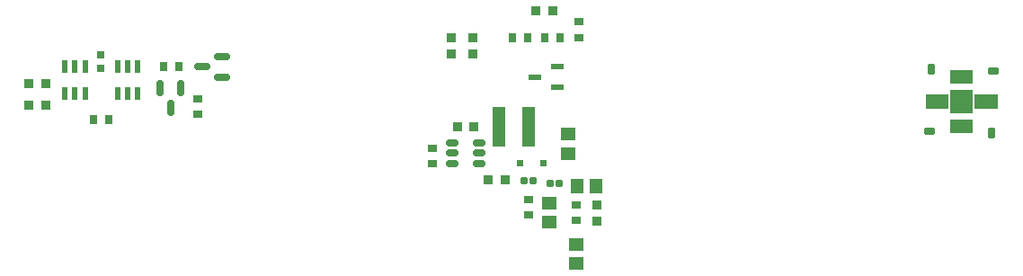
<source format=gbr>
%TF.GenerationSoftware,KiCad,Pcbnew,8.0.8*%
%TF.CreationDate,2025-05-05T18:32:43+03:00*%
%TF.ProjectId,gamma-spectrometer,67616d6d-612d-4737-9065-6374726f6d65,v0.0.4*%
%TF.SameCoordinates,Original*%
%TF.FileFunction,Paste,Bot*%
%TF.FilePolarity,Positive*%
%FSLAX46Y46*%
G04 Gerber Fmt 4.6, Leading zero omitted, Abs format (unit mm)*
G04 Created by KiCad (PCBNEW 8.0.8) date 2025-05-05 18:32:43*
%MOMM*%
%LPD*%
G01*
G04 APERTURE LIST*
G04 Aperture macros list*
%AMRoundRect*
0 Rectangle with rounded corners*
0 $1 Rounding radius*
0 $2 $3 $4 $5 $6 $7 $8 $9 X,Y pos of 4 corners*
0 Add a 4 corners polygon primitive as box body*
4,1,4,$2,$3,$4,$5,$6,$7,$8,$9,$2,$3,0*
0 Add four circle primitives for the rounded corners*
1,1,$1+$1,$2,$3*
1,1,$1+$1,$4,$5*
1,1,$1+$1,$6,$7*
1,1,$1+$1,$8,$9*
0 Add four rect primitives between the rounded corners*
20,1,$1+$1,$2,$3,$4,$5,0*
20,1,$1+$1,$4,$5,$6,$7,0*
20,1,$1+$1,$6,$7,$8,$9,0*
20,1,$1+$1,$8,$9,$2,$3,0*%
G04 Aperture macros list end*
%ADD10C,0.010000*%
%ADD11RoundRect,0.108750X0.326250X0.356250X-0.326250X0.356250X-0.326250X-0.356250X0.326250X-0.356250X0*%
%ADD12RoundRect,0.072500X-0.217500X0.532500X-0.217500X-0.532500X0.217500X-0.532500X0.217500X0.532500X0*%
%ADD13R,0.650000X0.900000*%
%ADD14R,0.900000X0.650000*%
%ADD15RoundRect,0.108750X0.356250X-0.326250X0.356250X0.326250X-0.356250X0.326250X-0.356250X-0.326250X0*%
%ADD16R,1.450000X1.150000*%
%ADD17RoundRect,0.150000X-0.150000X-0.400000X0.150000X-0.400000X0.150000X0.400000X-0.150000X0.400000X0*%
%ADD18RoundRect,0.150000X-0.400000X-0.150000X0.400000X-0.150000X0.400000X0.150000X-0.400000X0.150000X0*%
%ADD19RoundRect,0.075000X0.225000X0.260000X-0.225000X0.260000X-0.225000X-0.260000X0.225000X-0.260000X0*%
%ADD20RoundRect,0.150000X0.587500X0.150000X-0.587500X0.150000X-0.587500X-0.150000X0.587500X-0.150000X0*%
%ADD21R,0.870000X0.930000*%
%ADD22RoundRect,0.150000X-0.460000X-0.150000X0.460000X-0.150000X0.460000X0.150000X-0.460000X0.150000X0*%
%ADD23RoundRect,0.108750X-0.326250X-0.356250X0.326250X-0.356250X0.326250X0.356250X-0.326250X0.356250X0*%
%ADD24R,0.930000X0.870000*%
%ADD25R,1.200000X3.700000*%
%ADD26RoundRect,0.147500X0.467500X0.147500X-0.467500X0.147500X-0.467500X-0.147500X0.467500X-0.147500X0*%
%ADD27R,0.700000X0.700000*%
%ADD28RoundRect,0.150000X-0.150000X0.587500X-0.150000X-0.587500X0.150000X-0.587500X0.150000X0.587500X0*%
%ADD29R,1.150000X1.450000*%
G04 APERTURE END LIST*
D10*
%TO.C,D5*%
X151150000Y-89750000D02*
X150650000Y-89750000D01*
X150650000Y-89250000D01*
X151150000Y-89250000D01*
X151150000Y-89750000D01*
G36*
X151150000Y-89750000D02*
G01*
X150650000Y-89750000D01*
X150650000Y-89250000D01*
X151150000Y-89250000D01*
X151150000Y-89750000D01*
G37*
X153350000Y-89750000D02*
X152850000Y-89750000D01*
X152850000Y-89250000D01*
X153350000Y-89250000D01*
X153350000Y-89750000D01*
G36*
X153350000Y-89750000D02*
G01*
X152850000Y-89750000D01*
X152850000Y-89250000D01*
X153350000Y-89250000D01*
X153350000Y-89750000D01*
G37*
%TO.C,U10*%
X191250000Y-84325000D02*
X189200000Y-84325000D01*
X189200000Y-83125000D01*
X191250000Y-83125000D01*
X191250000Y-84325000D01*
G36*
X191250000Y-84325000D02*
G01*
X189200000Y-84325000D01*
X189200000Y-83125000D01*
X191250000Y-83125000D01*
X191250000Y-84325000D01*
G37*
X193550000Y-82025000D02*
X191500000Y-82025000D01*
X191500000Y-80825000D01*
X193550000Y-80825000D01*
X193550000Y-82025000D01*
G36*
X193550000Y-82025000D02*
G01*
X191500000Y-82025000D01*
X191500000Y-80825000D01*
X193550000Y-80825000D01*
X193550000Y-82025000D01*
G37*
X193550000Y-84750000D02*
X191500000Y-84750000D01*
X191500000Y-82700000D01*
X193550000Y-82700000D01*
X193550000Y-84750000D01*
G36*
X193550000Y-84750000D02*
G01*
X191500000Y-84750000D01*
X191500000Y-82700000D01*
X193550000Y-82700000D01*
X193550000Y-84750000D01*
G37*
X193550000Y-86625000D02*
X191500000Y-86625000D01*
X191500000Y-85425000D01*
X193550000Y-85425000D01*
X193550000Y-86625000D01*
G36*
X193550000Y-86625000D02*
G01*
X191500000Y-86625000D01*
X191500000Y-85425000D01*
X193550000Y-85425000D01*
X193550000Y-86625000D01*
G37*
X195850000Y-84325000D02*
X193800000Y-84325000D01*
X193800000Y-83125000D01*
X195850000Y-83125000D01*
X195850000Y-84325000D01*
G36*
X195850000Y-84325000D02*
G01*
X193800000Y-84325000D01*
X193800000Y-83125000D01*
X195850000Y-83125000D01*
X195850000Y-84325000D01*
G37*
%TD*%
D11*
%TO.C,C6*%
X154030000Y-75250000D03*
X152470000Y-75250000D03*
%TD*%
D12*
%TO.C,U4*%
X113050000Y-80500000D03*
X114000000Y-80500000D03*
X114950000Y-80500000D03*
X114950000Y-83010000D03*
X114000000Y-83010000D03*
X113050000Y-83010000D03*
%TD*%
D13*
%TO.C,R12*%
X117375000Y-80437500D03*
X118825000Y-80437500D03*
%TD*%
D14*
%TO.C,R15*%
X151750000Y-94475000D03*
X151750000Y-93025000D03*
%TD*%
D15*
%TO.C,C16*%
X158250000Y-95030000D03*
X158250000Y-93470000D03*
%TD*%
D16*
%TO.C,C15*%
X155500000Y-88650000D03*
X155500000Y-86850000D03*
%TD*%
D17*
%TO.C,U10*%
X189675000Y-80725000D03*
D18*
X195525000Y-80875000D03*
D17*
X195375000Y-86725000D03*
D18*
X189525000Y-86575000D03*
%TD*%
D19*
%TO.C,FB2*%
X154685000Y-91500000D03*
X153815000Y-91500000D03*
%TD*%
D20*
%TO.C,Q1*%
X122875000Y-79550000D03*
X122875000Y-81450000D03*
X121000000Y-80500000D03*
%TD*%
D19*
%TO.C,FB3*%
X152185000Y-91250000D03*
X151315000Y-91250000D03*
%TD*%
D21*
%TO.C,C11*%
X146630000Y-86130000D03*
X145070000Y-86130000D03*
%TD*%
D16*
%TO.C,C13*%
X156250000Y-97200000D03*
X156250000Y-99000000D03*
%TD*%
D13*
%TO.C,R9*%
X153275000Y-77750000D03*
X154725000Y-77750000D03*
%TD*%
D22*
%TO.C,U8*%
X144605000Y-89580000D03*
X144605000Y-88630000D03*
X144605000Y-87680000D03*
X147095000Y-87680000D03*
X147095000Y-88630000D03*
X147095000Y-89580000D03*
%TD*%
D13*
%TO.C,R11*%
X112225000Y-85500000D03*
X110775000Y-85500000D03*
%TD*%
D14*
%TO.C,R10*%
X120600000Y-83487500D03*
X120600000Y-84937500D03*
%TD*%
D21*
%TO.C,C9*%
X106300000Y-84070000D03*
X104740000Y-84070000D03*
%TD*%
D23*
%TO.C,C10*%
X104720000Y-82070000D03*
X106280000Y-82070000D03*
%TD*%
D21*
%TO.C,C18*%
X149530000Y-91130000D03*
X147970000Y-91130000D03*
%TD*%
D14*
%TO.C,R16*%
X156250000Y-93525000D03*
X156250000Y-94975000D03*
%TD*%
%TO.C,R7*%
X156500000Y-76275000D03*
X156500000Y-77725000D03*
%TD*%
D24*
%TO.C,C4*%
X146500000Y-77720000D03*
X146500000Y-79280000D03*
%TD*%
D13*
%TO.C,R13*%
X151725000Y-77750000D03*
X150275000Y-77750000D03*
%TD*%
D25*
%TO.C,L1*%
X148950000Y-86130000D03*
X151750000Y-86130000D03*
%TD*%
D26*
%TO.C,U6*%
X154500000Y-80500000D03*
X154500000Y-82400000D03*
X152380000Y-81450000D03*
%TD*%
D15*
%TO.C,C5*%
X144500000Y-79280000D03*
X144500000Y-77720000D03*
%TD*%
D27*
%TO.C,C8*%
X111500000Y-79350000D03*
X111500000Y-80650000D03*
%TD*%
D28*
%TO.C,D3*%
X117100000Y-82500000D03*
X119000000Y-82500000D03*
X118050000Y-84375000D03*
%TD*%
D29*
%TO.C,C14*%
X156350000Y-91750000D03*
X158150000Y-91750000D03*
%TD*%
D14*
%TO.C,R14*%
X142750000Y-89605000D03*
X142750000Y-88155000D03*
%TD*%
D12*
%TO.C,U5*%
X108100000Y-80500000D03*
X109050000Y-80500000D03*
X110000000Y-80500000D03*
X110000000Y-83010000D03*
X109050000Y-83010000D03*
X108100000Y-83010000D03*
%TD*%
D16*
%TO.C,C12*%
X153750000Y-93350000D03*
X153750000Y-95150000D03*
%TD*%
M02*

</source>
